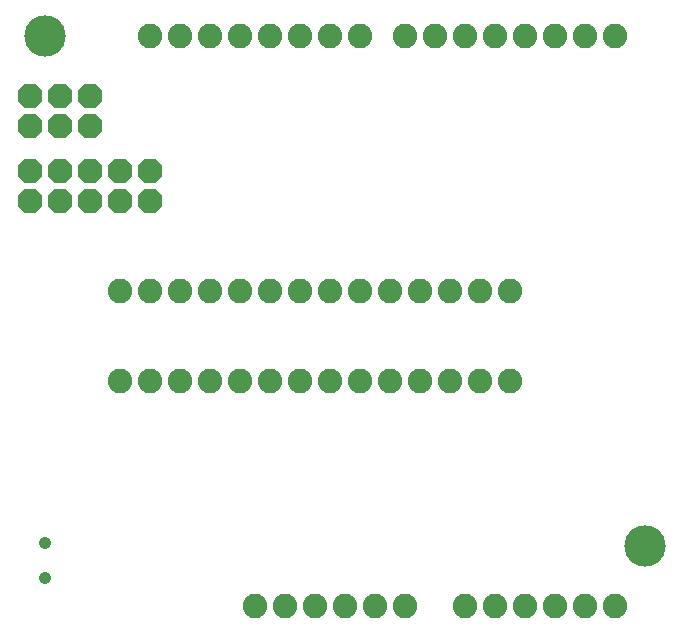
<source format=gbr>
G04 EAGLE Gerber RS-274X export*
G75*
%MOMM*%
%FSLAX34Y34*%
%LPD*%
%INSoldermask Bottom*%
%IPPOS*%
%AMOC8*
5,1,8,0,0,1.08239X$1,22.5*%
G01*
%ADD10C,2.082800*%
%ADD11P,2.254402X8X22.500000*%
%ADD12C,3.505200*%
%ADD13C,1.053200*%


D10*
X457200Y292100D03*
X431800Y292100D03*
X406400Y292100D03*
X381000Y292100D03*
X355600Y292100D03*
X330200Y292100D03*
X304800Y292100D03*
X279400Y292100D03*
X254000Y292100D03*
X228600Y292100D03*
X203200Y292100D03*
X177800Y292100D03*
X152400Y292100D03*
X127000Y292100D03*
X127000Y215900D03*
X152400Y215900D03*
X177800Y215900D03*
X203200Y215900D03*
X228600Y215900D03*
X254000Y215900D03*
X279400Y215900D03*
X304800Y215900D03*
X330200Y215900D03*
X355600Y215900D03*
X381000Y215900D03*
X406400Y215900D03*
X431800Y215900D03*
X457200Y215900D03*
D11*
X50800Y431800D03*
X50800Y457200D03*
X76200Y431800D03*
X76200Y457200D03*
X101600Y431800D03*
X101600Y457200D03*
D10*
X241300Y25400D03*
X266700Y25400D03*
X292100Y25400D03*
X317500Y25400D03*
X342900Y25400D03*
X368300Y25400D03*
X419100Y25400D03*
X444500Y25400D03*
X469900Y25400D03*
X495300Y25400D03*
X520700Y25400D03*
X546100Y25400D03*
X546100Y508000D03*
X520700Y508000D03*
X495300Y508000D03*
X469900Y508000D03*
X444500Y508000D03*
X419100Y508000D03*
X393700Y508000D03*
X368300Y508000D03*
X330200Y508000D03*
X304800Y508000D03*
X279400Y508000D03*
X254000Y508000D03*
X228600Y508000D03*
X203200Y508000D03*
X177800Y508000D03*
X152400Y508000D03*
D12*
X571500Y76200D03*
X63500Y508000D03*
D13*
X63500Y48500D03*
X63500Y78500D03*
D11*
X50800Y368300D03*
X50800Y393700D03*
X76200Y368300D03*
X76200Y393700D03*
X101600Y368300D03*
X101600Y393700D03*
X127000Y368300D03*
X127000Y393700D03*
X152400Y368300D03*
X152400Y393700D03*
M02*

</source>
